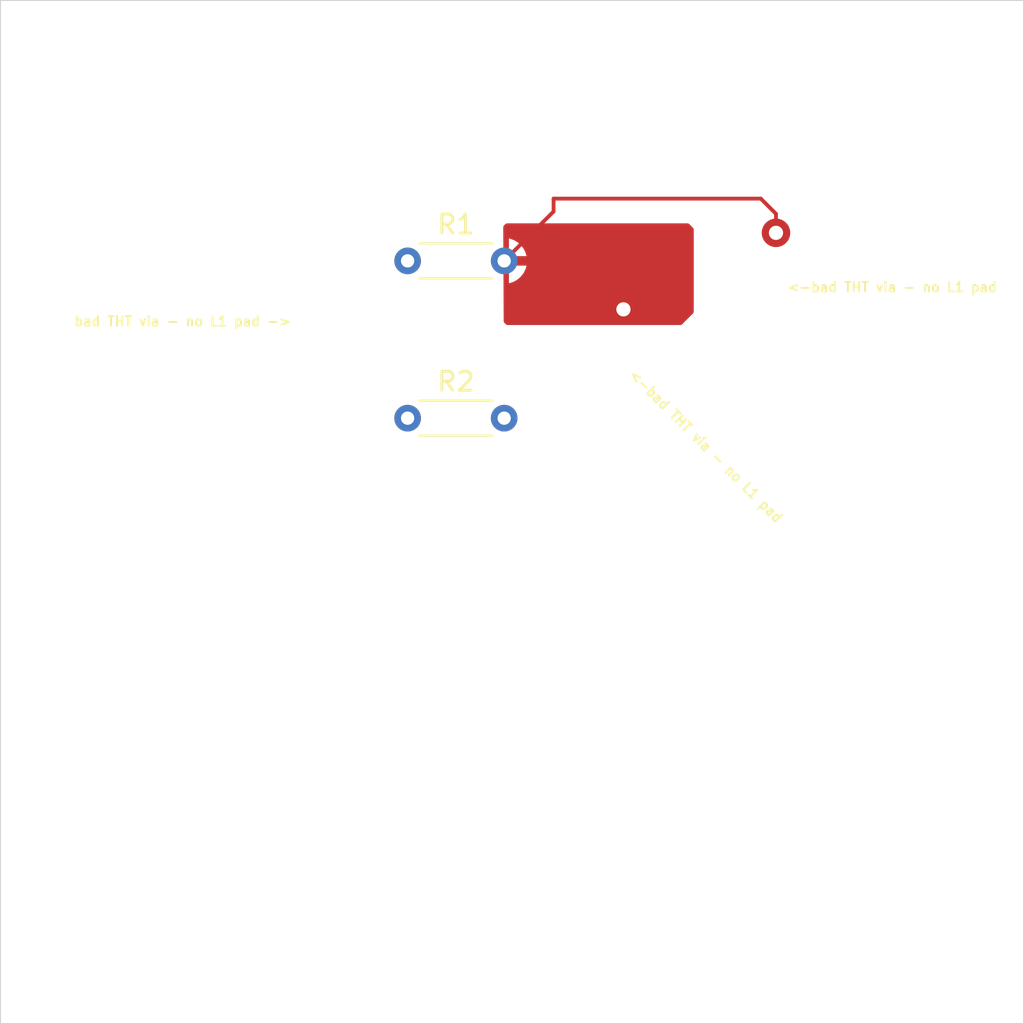
<source format=kicad_pcb>
(kicad_pcb (version 20240108) (generator "pcbnew") (generator_version "8.0")
  (layers (0 "F.Cu" signal) (1 "In1.Cu" signal) (2 "In2.Cu" signal) (31 "B.Cu" signal) (34 "B.Paste" user) (35 "F.Paste" user) (36 "B.SilkS" user "B.Silkscreen") (37 "F.SilkS" user "F.Silkscreen") (38 "B.Mask" user) (39 "F.Mask" user) (44 "Edge.Cuts" user))
  (net 0 "")
  (net 1 "Net2")
  (net 2 "Net1")
  (footprint "Resistor_THT:R_Axial_DIN0204_L3.6mm_D1.6mm_P5.08mm_Horizontal" (layer "F.Cu") (at 141.795 87.8)
    (property "Reference" "R2" (at 2.54 -1.92 0) (layer "F.SilkS"))
    (property "Value" "R")
    (fp_line (start 0.62 -0.92) (end 4.46 -0.92) (stroke (width 0.12)) (layer "F.SilkS"))
    (fp_line (start 0.62 0.92) (end 4.46 0.92) (stroke (width 0.12)) (layer "F.SilkS"))
    (pad "1" thru_hole circle (at 0 0) (size 1.4 1.4) (drill 0.7) (layers "*.Cu" "*.Mask") (net 2 "Net1"))
    (pad "2" thru_hole oval (at 5.08 0) (size 1.4 1.4) (drill 0.7) (layers "*.Cu" "*.Mask") (net 1 "Net2"))
  )
  (footprint "Resistor_THT:R_Axial_DIN0204_L3.6mm_D1.6mm_P5.08mm_Horizontal" (layer "F.Cu") (at 141.795 79.525)
    (property "Reference" "R1" (at 2.54 -1.92 0) (layer "F.SilkS"))
    (property "Value" "R")
    (fp_line (start 0.62 -0.92) (end 4.46 -0.92) (stroke (width 0.12)) (layer "F.SilkS"))
    (fp_line (start 0.62 0.92) (end 4.46 0.92) (stroke (width 0.12)) (layer "F.SilkS"))
    (pad "1" thru_hole circle (at 0 0) (size 1.4 1.4) (drill 0.7) (layers "*.Cu" "*.Mask") (net 2 "Net1"))
    (pad "2" thru_hole oval (at 5.08 0) (size 1.4 1.4) (drill 0.7) (layers "*.Cu" "*.Mask") (net 1 "Net2"))
  )
  (gr_rect (start 120.375 65.825) (end 174.2 119.65) (stroke (width 0.05)) (fill none) (layer "Edge.Cuts"))
  (gr_text "bad THT via - no L1 pad ->" (at 124.2 83 0) (layer "F.SilkS") (effects (font (size 0.5 0.5) (thickness 0.1) (bold yes)) (justify left bottom)))
  (gr_text "<-bad THT via - no L1 pad" (at 161.725 81.2 0) (layer "F.SilkS") (effects (font (size 0.5 0.5) (thickness 0.1) (bold yes)) (justify left bottom)))
  (gr_text "<-bad THT via - no L1 pad" (at 153.35 85.55 -45) (layer "F.SilkS") (effects (font (size 0.5 0.5) (thickness 0.1) (bold yes)) (justify left bottom)))
  (segment (start 161.175 77.05) (end 161.175 78.05) (width 0.2) (layer "F.Cu") (net 1))
  (segment (start 149.475 76.925) (end 149.475 76.25) (width 0.2) (layer "F.Cu") (net 1))
  (segment (start 160.375 76.25) (end 161.175 77.05) (width 0.2) (layer "F.Cu") (net 1))
  (segment (start 146.875 79.525) (end 149.475 76.925) (width 0.2) (layer "F.Cu") (net 1))
  (segment (start 149.475 76.25) (end 160.375 76.25) (width 0.2) (layer "F.Cu") (net 1))
  (via (at 161.175 80.925) (size 1.5) (drill 0.75) (layers "F.Cu" "B.Cu") (remove_unused_layers yes) (net 1))
  (via (at 161.175 78.05) (size 1.5) (drill 0.75) (layers "F.Cu" "B.Cu") (remove_unused_layers yes) (net 1))
  (via (at 153.15 82.075) (size 1.5) (drill 0.75) (layers "F.Cu" "B.Cu") (remove_unused_layers yes) (net 1))
  (via (at 153.125 84.75) (size 1.5) (drill 0.75) (layers "F.Cu" "B.Cu") (remove_unused_layers yes) (net 1))
  (via (at 137 82.625) (size 1.5) (drill 0.75) (layers "F.Cu" "B.Cu") (remove_unused_layers yes) (net 2))
  (zone (net 1) (net_name "Net2") (layer "F.Cu") (connect_pads (clearance 0.5)) (min_thickness 0.25) (fill yes (thermal_gap 0.5) (thermal_bridge_width 0.5))
    (polygon (pts (xy 146.85 82.75) (xy 147 82.9) (xy 156.2 82.9) (xy 156.85 82.25) (xy 156.85 77.825) (xy 156.575 77.55) (xy 146.975 77.55) (xy 146.825 77.7)))
  )
)
</source>
